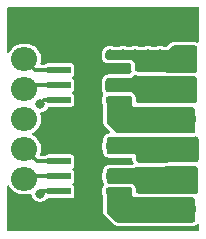
<source format=gbr>
%TF.GenerationSoftware,KiCad,Pcbnew,8.0.4*%
%TF.CreationDate,2024-09-08T17:57:52-03:00*%
%TF.ProjectId,PCBWay-Module_TB67H450FNG,50434257-6179-42d4-9d6f-64756c655f54,rev?*%
%TF.SameCoordinates,Original*%
%TF.FileFunction,Copper,L1,Top*%
%TF.FilePolarity,Positive*%
%FSLAX46Y46*%
G04 Gerber Fmt 4.6, Leading zero omitted, Abs format (unit mm)*
G04 Created by KiCad (PCBNEW 8.0.4) date 2024-09-08 17:57:52*
%MOMM*%
%LPD*%
G01*
G04 APERTURE LIST*
G04 Aperture macros list*
%AMRoundRect*
0 Rectangle with rounded corners*
0 $1 Rounding radius*
0 $2 $3 $4 $5 $6 $7 $8 $9 X,Y pos of 4 corners*
0 Add a 4 corners polygon primitive as box body*
4,1,4,$2,$3,$4,$5,$6,$7,$8,$9,$2,$3,0*
0 Add four circle primitives for the rounded corners*
1,1,$1+$1,$2,$3*
1,1,$1+$1,$4,$5*
1,1,$1+$1,$6,$7*
1,1,$1+$1,$8,$9*
0 Add four rect primitives between the rounded corners*
20,1,$1+$1,$2,$3,$4,$5,0*
20,1,$1+$1,$4,$5,$6,$7,0*
20,1,$1+$1,$6,$7,$8,$9,0*
20,1,$1+$1,$8,$9,$2,$3,0*%
G04 Aperture macros list end*
%TA.AperFunction,SMDPad,CuDef*%
%ADD10RoundRect,0.040600X-0.944400X-0.249400X0.944400X-0.249400X0.944400X0.249400X-0.944400X0.249400X0*%
%TD*%
%TA.AperFunction,SMDPad,CuDef*%
%ADD11R,2.285000X2.285000*%
%TD*%
%TA.AperFunction,ComponentPad*%
%ADD12R,2.200000X2.000000*%
%TD*%
%TA.AperFunction,ComponentPad*%
%ADD13O,2.200000X2.000000*%
%TD*%
%TA.AperFunction,ViaPad*%
%ADD14C,0.800000*%
%TD*%
%TA.AperFunction,Conductor*%
%ADD15C,0.304800*%
%TD*%
G04 APERTURE END LIST*
D10*
%TO.P,IC2,1,GND*%
%TO.N,GND*%
X108600000Y-106310000D03*
%TO.P,IC2,2,IN2*%
%TO.N,/IN_B2*%
X108600000Y-107580000D03*
%TO.P,IC2,3,IN1*%
%TO.N,/IN_B1*%
X108600000Y-108850000D03*
%TO.P,IC2,4,VREF*%
%TO.N,/VREF*%
X108600000Y-110120000D03*
%TO.P,IC2,5,VM*%
%TO.N,/VM*%
X113540000Y-110120000D03*
%TO.P,IC2,6,OUT1*%
%TO.N,/OUT_B1*%
X113540000Y-108850000D03*
%TO.P,IC2,7,RS*%
%TO.N,GND*%
X113540000Y-107580000D03*
%TO.P,IC2,8,OUT2*%
%TO.N,/OUT_B2*%
X113540000Y-106310000D03*
D11*
%TO.P,IC2,9,EP*%
%TO.N,GND*%
X111070000Y-108215000D03*
%TD*%
D10*
%TO.P,IC1,1,GND*%
%TO.N,GND*%
X108600000Y-114050000D03*
%TO.P,IC1,2,IN2*%
%TO.N,/IN_A2*%
X108600000Y-115320000D03*
%TO.P,IC1,3,IN1*%
%TO.N,/IN_A1*%
X108600000Y-116590000D03*
%TO.P,IC1,4,VREF*%
%TO.N,/VREF*%
X108600000Y-117860000D03*
%TO.P,IC1,5,VM*%
%TO.N,/VM*%
X113540000Y-117860000D03*
%TO.P,IC1,6,OUT1*%
%TO.N,/OUT_A1*%
X113540000Y-116590000D03*
%TO.P,IC1,7,RS*%
%TO.N,GND*%
X113540000Y-115320000D03*
%TO.P,IC1,8,OUT2*%
%TO.N,/OUT_A2*%
X113540000Y-114050000D03*
D11*
%TO.P,IC1,9,EP*%
%TO.N,GND*%
X111070000Y-115955000D03*
%TD*%
D12*
%TO.P,J2,1,Pin_1*%
%TO.N,GND*%
X119040000Y-104110000D03*
D13*
%TO.P,J2,2,Pin_2*%
%TO.N,/OUT_B2*%
X119040000Y-106650000D03*
%TO.P,J2,3,Pin_3*%
%TO.N,/OUT_B1*%
X119040000Y-109190000D03*
%TO.P,J2,4,Pin_4*%
%TO.N,/VM*%
X119040000Y-111730000D03*
%TO.P,J2,5,Pin_5*%
%TO.N,/OUT_A2*%
X119040000Y-114270000D03*
%TO.P,J2,6,Pin_6*%
%TO.N,/OUT_A1*%
X119040000Y-116810000D03*
%TO.P,J2,7,Pin_7*%
%TO.N,/VM*%
X119040000Y-119350000D03*
%TD*%
D12*
%TO.P,J1,1,Pin_1*%
%TO.N,GND*%
X105650000Y-104110000D03*
D13*
%TO.P,J1,2,Pin_2*%
%TO.N,/IN_B2*%
X105650000Y-106650000D03*
%TO.P,J1,3,Pin_3*%
%TO.N,/IN_B1*%
X105650000Y-109190000D03*
%TO.P,J1,4,Pin_4*%
%TO.N,/VREF*%
X105650000Y-111730000D03*
%TO.P,J1,5,Pin_5*%
%TO.N,/IN_A2*%
X105650000Y-114270000D03*
%TO.P,J1,6,Pin_6*%
%TO.N,/IN_A1*%
X105650000Y-116810000D03*
%TO.P,J1,7,Pin_7*%
%TO.N,GND*%
X105650000Y-119350000D03*
%TD*%
D14*
%TO.N,/OUT_A2*%
X117275000Y-114000000D03*
X115162500Y-114000000D03*
X116218750Y-114000000D03*
X113050000Y-114000000D03*
X114106250Y-114000000D03*
X117093750Y-114950000D03*
X116037500Y-114950000D03*
%TO.N,/OUT_A1*%
X116037500Y-117525000D03*
X116218750Y-116575000D03*
X114106250Y-116575000D03*
X117275000Y-116575000D03*
X117093750Y-117525000D03*
X115162500Y-116575000D03*
X113050000Y-116575000D03*
%TO.N,/OUT_B1*%
X112918531Y-108819049D03*
X117143531Y-108819049D03*
X116087281Y-108819049D03*
X113974781Y-108819049D03*
X115906031Y-109769049D03*
X116962281Y-109769049D03*
X115031031Y-108819049D03*
%TO.N,/OUT_B2*%
X113974781Y-106244049D03*
X116087281Y-106244049D03*
X116962281Y-107194049D03*
X112918531Y-106244049D03*
X115031031Y-106244049D03*
X115906031Y-107194049D03*
X117143531Y-106244049D03*
%TO.N,GND*%
X111450000Y-104900000D03*
X111800000Y-116650000D03*
X111550000Y-118000000D03*
X110350000Y-116650000D03*
X110900000Y-119100000D03*
X110750000Y-112050000D03*
X115050000Y-103100000D03*
X111050000Y-108250000D03*
X110000000Y-111300000D03*
X111600000Y-111300000D03*
X111500000Y-106300000D03*
X111800000Y-108900000D03*
X114100000Y-104000000D03*
X107650000Y-120600000D03*
X110350000Y-108900000D03*
X110450000Y-118000000D03*
X113250000Y-104900000D03*
X110900000Y-120600000D03*
X110500000Y-104000000D03*
X115050000Y-104900000D03*
X110350000Y-115250000D03*
X108400000Y-119850000D03*
X116850000Y-104900000D03*
X111450000Y-103100000D03*
X115900000Y-104000000D03*
X108200000Y-112800000D03*
X109650000Y-103100000D03*
X113250000Y-103100000D03*
X110350000Y-107500000D03*
X111050000Y-116000000D03*
X110200000Y-114100000D03*
X108700000Y-104000000D03*
X109650000Y-104900000D03*
X107850000Y-103100000D03*
X111800000Y-107500000D03*
X108200000Y-111300000D03*
X111650000Y-114100000D03*
X111600000Y-112800000D03*
X109300000Y-119100000D03*
X111650000Y-110200000D03*
X111800000Y-115250000D03*
X111600000Y-119800000D03*
X112300000Y-104000000D03*
X110400000Y-106300000D03*
X109300000Y-120600000D03*
X110550000Y-110200000D03*
X110000000Y-112800000D03*
X110050000Y-119850000D03*
X107650000Y-119100000D03*
X116850000Y-103100000D03*
X109100000Y-112050000D03*
X107850000Y-104900000D03*
%TO.N,/VM*%
X114825000Y-112175000D03*
X116775000Y-118950000D03*
X117250000Y-112250000D03*
X115500000Y-111325000D03*
X113025000Y-118875000D03*
X114300000Y-111300000D03*
X117250000Y-119850000D03*
X114300000Y-118900000D03*
X114300000Y-117925000D03*
X115975000Y-119825000D03*
X113025000Y-111275000D03*
X113025000Y-110300000D03*
X114825000Y-119775000D03*
X113550000Y-119750000D03*
X115500000Y-118925000D03*
X116775000Y-111350000D03*
X115975000Y-112225000D03*
X113025000Y-117900000D03*
X113550000Y-112150000D03*
X114300000Y-110325000D03*
%TO.N,/VREF*%
X106950000Y-118050000D03*
X107000000Y-110450000D03*
%TD*%
D15*
%TO.N,/VREF*%
X107140000Y-117860000D02*
X106950000Y-118050000D01*
X108600000Y-117860000D02*
X107140000Y-117860000D01*
X107330000Y-110120000D02*
X108600000Y-110120000D01*
X107000000Y-110450000D02*
X107330000Y-110120000D01*
%TO.N,/IN_A2*%
X106700000Y-115320000D02*
X105650000Y-114270000D01*
X108600000Y-115320000D02*
X106700000Y-115320000D01*
%TO.N,/IN_A1*%
X105870000Y-116590000D02*
X105650000Y-116810000D01*
X108600000Y-116590000D02*
X105870000Y-116590000D01*
%TO.N,/IN_B2*%
X106580000Y-107580000D02*
X105650000Y-106650000D01*
X108600000Y-107580000D02*
X106580000Y-107580000D01*
%TO.N,/IN_B1*%
X105990000Y-108850000D02*
X105650000Y-109190000D01*
X108600000Y-108850000D02*
X105990000Y-108850000D01*
%TD*%
%TA.AperFunction,Conductor*%
%TO.N,/OUT_B2*%
G36*
X120146288Y-105518954D02*
G01*
X120227070Y-105572930D01*
X120281046Y-105653712D01*
X120300000Y-105749000D01*
X120300000Y-107546110D01*
X120281046Y-107641398D01*
X120227070Y-107722180D01*
X120162350Y-107768824D01*
X120153776Y-107773111D01*
X120060073Y-107798767D01*
X120039867Y-107799380D01*
X115335174Y-107750888D01*
X115240086Y-107730953D01*
X115181810Y-107696032D01*
X115093070Y-107624754D01*
X115030649Y-107550305D01*
X115001469Y-107457635D01*
X115000000Y-107430623D01*
X115000000Y-107000001D01*
X115000000Y-107000000D01*
X114700000Y-106700000D01*
X114699999Y-106700000D01*
X112749000Y-106700000D01*
X112653712Y-106681046D01*
X112572930Y-106627070D01*
X112518954Y-106546288D01*
X112500000Y-106451000D01*
X112500000Y-106149724D01*
X112518954Y-106054436D01*
X112572930Y-105973654D01*
X112653712Y-105919678D01*
X112749000Y-105900724D01*
X112749489Y-105900724D01*
X117784650Y-105915350D01*
X117955860Y-105744139D01*
X118127071Y-105572930D01*
X118207852Y-105518954D01*
X118303140Y-105500000D01*
X120051000Y-105500000D01*
X120146288Y-105518954D01*
G37*
%TD.AperFunction*%
%TD*%
%TA.AperFunction,Conductor*%
%TO.N,/VM*%
G36*
X114646288Y-109818954D02*
G01*
X114727070Y-109872930D01*
X114781046Y-109953712D01*
X114800000Y-110049000D01*
X114800000Y-110600000D01*
X114900000Y-110700000D01*
X119851000Y-110700000D01*
X119946288Y-110718954D01*
X120027070Y-110772930D01*
X120081046Y-110853712D01*
X120100000Y-110949000D01*
X120100000Y-112701000D01*
X120081046Y-112796288D01*
X120027070Y-112877070D01*
X119946288Y-112931046D01*
X119851000Y-112950000D01*
X113653140Y-112950000D01*
X113557852Y-112931046D01*
X113477070Y-112877070D01*
X112672930Y-112072930D01*
X112618954Y-111992148D01*
X112600000Y-111896860D01*
X112600000Y-110049000D01*
X112618954Y-109953712D01*
X112672930Y-109872930D01*
X112753712Y-109818954D01*
X112849000Y-109800000D01*
X114551000Y-109800000D01*
X114646288Y-109818954D01*
G37*
%TD.AperFunction*%
%TD*%
%TA.AperFunction,Conductor*%
%TO.N,GND*%
G36*
X120393039Y-102269685D02*
G01*
X120438794Y-102322489D01*
X120450000Y-102374000D01*
X120450000Y-105133872D01*
X120430315Y-105200911D01*
X120377511Y-105246666D01*
X120308353Y-105256610D01*
X120279873Y-105248973D01*
X120205889Y-105219324D01*
X120205883Y-105219322D01*
X120110598Y-105200369D01*
X120062738Y-105195656D01*
X120051000Y-105194500D01*
X118303140Y-105194500D01*
X118291402Y-105195656D01*
X118243542Y-105200369D01*
X118243540Y-105200369D01*
X118148268Y-105219320D01*
X118141346Y-105220780D01*
X118057597Y-105256610D01*
X118038129Y-105264939D01*
X118038124Y-105264941D01*
X118038122Y-105264942D01*
X117957341Y-105318918D01*
X117911056Y-105356903D01*
X117911051Y-105356908D01*
X117739840Y-105528117D01*
X117739837Y-105528119D01*
X117739832Y-105528123D01*
X117694941Y-105573014D01*
X117633618Y-105606499D01*
X117606901Y-105609331D01*
X117470978Y-105608936D01*
X117413713Y-105594733D01*
X117393756Y-105584259D01*
X117393753Y-105584258D01*
X117228587Y-105543549D01*
X117058475Y-105543549D01*
X116893306Y-105584259D01*
X116876948Y-105592843D01*
X116818970Y-105607041D01*
X116408851Y-105605851D01*
X116351584Y-105591648D01*
X116337505Y-105584258D01*
X116172337Y-105543549D01*
X116002225Y-105543549D01*
X115837053Y-105584259D01*
X115826513Y-105589791D01*
X115768534Y-105603990D01*
X115346723Y-105602766D01*
X115289457Y-105588563D01*
X115281256Y-105584259D01*
X115281253Y-105584258D01*
X115116087Y-105543549D01*
X114945975Y-105543549D01*
X114780803Y-105584259D01*
X114776073Y-105586742D01*
X114718097Y-105600939D01*
X114284595Y-105599681D01*
X114232114Y-105586664D01*
X114232018Y-105586918D01*
X114229905Y-105586116D01*
X114227327Y-105585477D01*
X114225006Y-105584259D01*
X114225005Y-105584258D01*
X114225004Y-105584258D01*
X114059837Y-105543549D01*
X113889725Y-105543549D01*
X113724555Y-105584259D01*
X113717545Y-105586918D01*
X113717113Y-105585780D01*
X113667661Y-105597888D01*
X113222467Y-105596596D01*
X113176428Y-105585176D01*
X113175768Y-105586918D01*
X113168758Y-105584259D01*
X113003587Y-105543549D01*
X112833475Y-105543549D01*
X112668304Y-105584259D01*
X112619362Y-105609945D01*
X112592949Y-105619457D01*
X112593016Y-105619669D01*
X112587674Y-105621356D01*
X112587349Y-105621474D01*
X112587212Y-105621502D01*
X112587211Y-105621503D01*
X112483987Y-105665662D01*
X112403152Y-105719674D01*
X112397382Y-105723626D01*
X112397378Y-105723629D01*
X112318913Y-105803930D01*
X112264921Y-105884737D01*
X112261090Y-105890618D01*
X112261087Y-105890624D01*
X112219324Y-105994834D01*
X112219322Y-105994840D01*
X112200369Y-106090124D01*
X112200369Y-106090126D01*
X112194500Y-106149726D01*
X112194500Y-106450997D01*
X112200369Y-106510597D01*
X112200369Y-106510599D01*
X112219322Y-106605880D01*
X112220779Y-106612788D01*
X112264939Y-106716012D01*
X112264938Y-106716012D01*
X112318950Y-106796847D01*
X112322902Y-106802617D01*
X112322905Y-106802621D01*
X112403205Y-106881085D01*
X112483987Y-106935061D01*
X112489898Y-106938912D01*
X112594112Y-106980676D01*
X112594114Y-106980676D01*
X112594116Y-106980677D01*
X112638473Y-106989500D01*
X112689400Y-106999630D01*
X112749000Y-107005500D01*
X114522096Y-107005500D01*
X114589135Y-107025185D01*
X114609777Y-107041819D01*
X114658181Y-107090223D01*
X114691666Y-107151546D01*
X114694500Y-107177904D01*
X114694500Y-107430626D01*
X114694951Y-107447212D01*
X114696419Y-107474213D01*
X114696420Y-107474224D01*
X114710074Y-107549393D01*
X114739256Y-107642069D01*
X114742604Y-107652286D01*
X114744770Y-107722122D01*
X114708835Y-107782043D01*
X114693657Y-107793995D01*
X114659321Y-107816936D01*
X114613020Y-107854934D01*
X114559776Y-107908180D01*
X114498453Y-107941666D01*
X114472094Y-107944500D01*
X112761999Y-107944500D01*
X112750437Y-107945638D01*
X112702411Y-107950368D01*
X112702408Y-107950368D01*
X112607031Y-107969339D01*
X112600208Y-107970778D01*
X112600207Y-107970779D01*
X112496981Y-108014940D01*
X112496974Y-108014944D01*
X112416237Y-108068892D01*
X112410379Y-108072905D01*
X112331919Y-108153200D01*
X112331912Y-108153208D01*
X112277947Y-108233973D01*
X112274084Y-108239902D01*
X112232323Y-108344110D01*
X112232321Y-108344116D01*
X112213368Y-108439400D01*
X112213368Y-108439402D01*
X112207499Y-108499001D01*
X112207499Y-109200997D01*
X112213369Y-109260597D01*
X112213369Y-109260599D01*
X112229008Y-109339219D01*
X112232324Y-109355888D01*
X112233780Y-109362791D01*
X112245760Y-109390794D01*
X112277938Y-109466012D01*
X112317791Y-109525656D01*
X112338668Y-109592333D01*
X112320183Y-109659713D01*
X112316268Y-109665663D01*
X112311877Y-109671933D01*
X112261039Y-109780956D01*
X112254501Y-109830620D01*
X112254500Y-109830637D01*
X112254500Y-110409370D01*
X112261039Y-110459041D01*
X112261041Y-110459048D01*
X112282882Y-110505885D01*
X112294500Y-110558290D01*
X112294500Y-111896857D01*
X112300369Y-111956457D01*
X112300369Y-111956459D01*
X112319322Y-112051740D01*
X112320779Y-112058648D01*
X112364939Y-112161872D01*
X112364939Y-112161874D01*
X112401169Y-112216096D01*
X112417609Y-112240701D01*
X112418918Y-112242659D01*
X112456913Y-112288956D01*
X112904562Y-112736605D01*
X112938047Y-112797928D01*
X112933063Y-112867620D01*
X112891191Y-112923553D01*
X112828906Y-112947701D01*
X112789400Y-112951550D01*
X112789390Y-112951551D01*
X112789385Y-112951552D01*
X112694102Y-112970505D01*
X112687211Y-112971959D01*
X112583987Y-113016118D01*
X112503152Y-113070130D01*
X112497382Y-113074082D01*
X112497378Y-113074085D01*
X112418913Y-113154386D01*
X112364921Y-113235193D01*
X112361090Y-113241074D01*
X112361087Y-113241080D01*
X112319324Y-113345290D01*
X112319322Y-113345296D01*
X112300369Y-113440580D01*
X112300369Y-113440582D01*
X112294500Y-113500182D01*
X112294500Y-113611709D01*
X112282882Y-113664114D01*
X112261041Y-113710951D01*
X112261039Y-113710959D01*
X112254501Y-113760620D01*
X112254500Y-113760637D01*
X112254500Y-114339370D01*
X112261039Y-114389041D01*
X112261041Y-114389048D01*
X112286777Y-114444238D01*
X112297798Y-114484486D01*
X112300371Y-114510609D01*
X112319322Y-114605880D01*
X112320779Y-114612788D01*
X112364939Y-114716012D01*
X112364938Y-114716012D01*
X112373951Y-114729501D01*
X112408161Y-114780701D01*
X112418950Y-114796847D01*
X112422902Y-114802617D01*
X112422905Y-114802621D01*
X112488893Y-114867100D01*
X112503205Y-114881085D01*
X112583987Y-114935061D01*
X112589898Y-114938912D01*
X112694112Y-114980676D01*
X112694114Y-114980676D01*
X112694116Y-114980677D01*
X112742400Y-114990281D01*
X112789400Y-114999630D01*
X112849000Y-115005500D01*
X114670500Y-115005500D01*
X114737539Y-115025185D01*
X114783294Y-115077989D01*
X114794131Y-115127805D01*
X114794413Y-115127795D01*
X114794471Y-115129370D01*
X114794500Y-115129500D01*
X114794500Y-115130115D01*
X114797899Y-115175547D01*
X114797903Y-115175584D01*
X114808929Y-115248851D01*
X114808931Y-115248860D01*
X114842207Y-115348533D01*
X114872852Y-115405292D01*
X114887380Y-115473634D01*
X114862653Y-115538982D01*
X114832638Y-115567299D01*
X114827102Y-115570998D01*
X114823212Y-115573597D01*
X114756538Y-115594480D01*
X114754315Y-115594500D01*
X114620446Y-115594500D01*
X114600464Y-115595154D01*
X114567966Y-115597284D01*
X114554714Y-115598589D01*
X114548088Y-115599242D01*
X114541788Y-115600071D01*
X114519826Y-115602961D01*
X114517352Y-115603286D01*
X114517349Y-115603287D01*
X114512401Y-115603938D01*
X114496218Y-115604999D01*
X112848995Y-115604999D01*
X112815882Y-115608260D01*
X112789388Y-115610870D01*
X112789382Y-115610871D01*
X112694126Y-115629820D01*
X112689539Y-115630787D01*
X112687209Y-115631279D01*
X112687207Y-115631280D01*
X112583987Y-115675437D01*
X112503152Y-115729449D01*
X112497382Y-115733401D01*
X112497378Y-115733404D01*
X112418913Y-115813705D01*
X112364921Y-115894512D01*
X112361090Y-115900393D01*
X112361087Y-115900399D01*
X112319324Y-116004609D01*
X112319322Y-116004615D01*
X112300369Y-116099899D01*
X112300369Y-116099901D01*
X112294202Y-116162527D01*
X112293346Y-116162442D01*
X112283143Y-116203553D01*
X112261041Y-116250951D01*
X112261039Y-116250959D01*
X112254501Y-116300620D01*
X112254500Y-116300637D01*
X112254500Y-116879370D01*
X112261039Y-116929041D01*
X112261042Y-116929051D01*
X112296926Y-117006005D01*
X112306161Y-117034217D01*
X112319325Y-117100396D01*
X112320779Y-117107288D01*
X112320780Y-117107291D01*
X112352099Y-117180500D01*
X112364939Y-117210512D01*
X112364938Y-117210512D01*
X112367827Y-117214835D01*
X112388704Y-117281512D01*
X112370219Y-117348892D01*
X112352406Y-117371405D01*
X112311877Y-117411934D01*
X112261039Y-117520956D01*
X112254501Y-117570620D01*
X112254500Y-117570637D01*
X112254500Y-118149370D01*
X112261039Y-118199041D01*
X112261041Y-118199048D01*
X112282882Y-118245885D01*
X112294500Y-118298290D01*
X112294500Y-119496857D01*
X112300369Y-119556457D01*
X112300369Y-119556459D01*
X112319322Y-119651740D01*
X112319911Y-119654534D01*
X112320780Y-119658651D01*
X112322938Y-119663696D01*
X112364939Y-119761872D01*
X112364939Y-119761874D01*
X112418918Y-119842659D01*
X112456913Y-119888956D01*
X113211043Y-120643086D01*
X113211048Y-120643090D01*
X113211049Y-120643091D01*
X113230650Y-120659177D01*
X113252485Y-120677097D01*
X113257345Y-120681085D01*
X113338127Y-120735061D01*
X113344038Y-120738912D01*
X113448252Y-120780676D01*
X113448254Y-120780676D01*
X113448256Y-120780677D01*
X113496540Y-120790281D01*
X113543540Y-120799630D01*
X113603140Y-120805500D01*
X113603142Y-120805500D01*
X119850998Y-120805500D01*
X119851000Y-120805500D01*
X119910600Y-120799630D01*
X120005888Y-120780676D01*
X120012791Y-120779220D01*
X120116013Y-120735061D01*
X120196795Y-120681085D01*
X120202620Y-120677095D01*
X120237311Y-120641592D01*
X120298242Y-120607401D01*
X120367986Y-120611579D01*
X120424401Y-120652800D01*
X120449573Y-120717977D01*
X120450000Y-120728254D01*
X120450000Y-121126000D01*
X120430315Y-121193039D01*
X120377511Y-121238794D01*
X120326000Y-121250000D01*
X104274000Y-121250000D01*
X104206961Y-121230315D01*
X104161206Y-121177511D01*
X104150000Y-121126000D01*
X104150000Y-117443439D01*
X104169685Y-117376400D01*
X104222489Y-117330645D01*
X104291647Y-117320701D01*
X104355203Y-117349726D01*
X104384484Y-117387143D01*
X104413169Y-117443439D01*
X104437715Y-117491614D01*
X104558028Y-117657213D01*
X104702786Y-117801971D01*
X104857749Y-117914556D01*
X104868390Y-117922287D01*
X104984607Y-117981503D01*
X105050776Y-118015218D01*
X105050778Y-118015218D01*
X105050781Y-118015220D01*
X105155137Y-118049127D01*
X105245465Y-118078477D01*
X105346557Y-118094488D01*
X105447648Y-118110500D01*
X105447649Y-118110500D01*
X105852351Y-118110500D01*
X105852352Y-118110500D01*
X106054534Y-118078477D01*
X106097221Y-118064606D01*
X106167059Y-118062612D01*
X106226892Y-118098692D01*
X106257721Y-118161392D01*
X106258633Y-118167591D01*
X106264859Y-118218868D01*
X106264860Y-118218874D01*
X106325182Y-118377931D01*
X106370864Y-118444112D01*
X106421817Y-118517929D01*
X106513328Y-118599000D01*
X106549150Y-118630736D01*
X106699773Y-118709789D01*
X106699775Y-118709790D01*
X106864944Y-118750500D01*
X107035056Y-118750500D01*
X107200225Y-118709790D01*
X107279692Y-118668081D01*
X107350849Y-118630736D01*
X107350850Y-118630734D01*
X107350852Y-118630734D01*
X107478183Y-118517929D01*
X107489230Y-118501923D01*
X107543512Y-118457934D01*
X107607466Y-118449425D01*
X107615631Y-118450500D01*
X109584368Y-118450499D01*
X109584370Y-118450499D01*
X109600927Y-118448319D01*
X109634045Y-118443960D01*
X109743065Y-118393123D01*
X109828123Y-118308065D01*
X109878960Y-118199045D01*
X109885500Y-118149369D01*
X109885499Y-117570632D01*
X109885497Y-117570620D01*
X109878960Y-117520958D01*
X109878960Y-117520955D01*
X109828123Y-117411935D01*
X109743065Y-117326877D01*
X109743062Y-117326875D01*
X109742634Y-117326576D01*
X109742116Y-117325928D01*
X109735394Y-117319206D01*
X109736143Y-117318456D01*
X109699008Y-117272000D01*
X109691814Y-117202502D01*
X109723336Y-117140146D01*
X109742634Y-117123424D01*
X109743058Y-117123126D01*
X109743065Y-117123123D01*
X109828123Y-117038065D01*
X109878960Y-116929045D01*
X109885500Y-116879369D01*
X109885499Y-116300632D01*
X109885497Y-116300620D01*
X109882229Y-116275793D01*
X109878960Y-116250955D01*
X109828123Y-116141935D01*
X109743065Y-116056877D01*
X109743062Y-116056875D01*
X109742634Y-116056576D01*
X109742116Y-116055928D01*
X109735394Y-116049206D01*
X109736143Y-116048456D01*
X109699008Y-116002000D01*
X109691814Y-115932502D01*
X109723336Y-115870146D01*
X109742634Y-115853424D01*
X109743058Y-115853126D01*
X109743065Y-115853123D01*
X109828123Y-115768065D01*
X109878960Y-115659045D01*
X109885500Y-115609369D01*
X109885499Y-115030632D01*
X109878960Y-114980955D01*
X109828123Y-114871935D01*
X109743065Y-114786877D01*
X109634045Y-114736040D01*
X109634043Y-114736039D01*
X109584379Y-114729501D01*
X109584374Y-114729500D01*
X109584369Y-114729500D01*
X109584362Y-114729500D01*
X107615629Y-114729500D01*
X107565958Y-114736039D01*
X107565951Y-114736041D01*
X107456934Y-114786877D01*
X107413031Y-114830781D01*
X107351708Y-114864266D01*
X107325350Y-114867100D01*
X107094088Y-114867100D01*
X107027049Y-114847415D01*
X106981294Y-114794611D01*
X106971350Y-114725453D01*
X106976157Y-114704781D01*
X107006047Y-114612791D01*
X107018477Y-114574534D01*
X107050500Y-114372352D01*
X107050500Y-114167648D01*
X107018477Y-113965466D01*
X106955220Y-113770781D01*
X106955218Y-113770778D01*
X106955218Y-113770776D01*
X106915515Y-113692855D01*
X106862287Y-113588390D01*
X106798201Y-113500182D01*
X106741971Y-113422786D01*
X106597213Y-113278028D01*
X106431614Y-113157715D01*
X106425006Y-113154348D01*
X106338917Y-113110483D01*
X106288123Y-113062511D01*
X106271328Y-112994690D01*
X106293865Y-112928555D01*
X106338917Y-112889516D01*
X106431610Y-112842287D01*
X106452770Y-112826913D01*
X106597213Y-112721971D01*
X106597215Y-112721968D01*
X106597219Y-112721966D01*
X106741966Y-112577219D01*
X106741968Y-112577215D01*
X106741971Y-112577213D01*
X106794732Y-112504590D01*
X106862287Y-112411610D01*
X106955220Y-112229219D01*
X107018477Y-112034534D01*
X107050500Y-111832352D01*
X107050500Y-111627648D01*
X107018477Y-111425466D01*
X106981599Y-111311970D01*
X106979605Y-111242131D01*
X107015685Y-111182298D01*
X107078385Y-111151469D01*
X107084589Y-111150557D01*
X107085052Y-111150500D01*
X107085056Y-111150500D01*
X107250225Y-111109790D01*
X107367212Y-111048390D01*
X107400849Y-111030736D01*
X107400850Y-111030734D01*
X107400852Y-111030734D01*
X107528183Y-110917929D01*
X107624818Y-110777930D01*
X107624819Y-110777926D01*
X107625371Y-110776876D01*
X107625980Y-110776246D01*
X107629079Y-110771757D01*
X107629825Y-110772272D01*
X107673955Y-110726662D01*
X107735169Y-110710499D01*
X109584370Y-110710499D01*
X109600927Y-110708319D01*
X109634045Y-110703960D01*
X109743065Y-110653123D01*
X109828123Y-110568065D01*
X109878960Y-110459045D01*
X109885500Y-110409369D01*
X109885499Y-109830632D01*
X109885497Y-109830620D01*
X109878960Y-109780958D01*
X109878960Y-109780955D01*
X109828123Y-109671935D01*
X109743065Y-109586877D01*
X109743062Y-109586875D01*
X109742634Y-109586576D01*
X109742116Y-109585928D01*
X109735394Y-109579206D01*
X109736143Y-109578456D01*
X109699008Y-109532000D01*
X109691814Y-109462502D01*
X109723336Y-109400146D01*
X109742634Y-109383424D01*
X109743058Y-109383126D01*
X109743065Y-109383123D01*
X109828123Y-109298065D01*
X109878960Y-109189045D01*
X109885500Y-109139369D01*
X109885499Y-108560632D01*
X109878960Y-108510955D01*
X109828123Y-108401935D01*
X109743065Y-108316877D01*
X109743062Y-108316875D01*
X109742634Y-108316576D01*
X109742116Y-108315928D01*
X109735394Y-108309206D01*
X109736143Y-108308456D01*
X109699008Y-108262000D01*
X109691814Y-108192502D01*
X109723336Y-108130146D01*
X109742634Y-108113424D01*
X109743058Y-108113126D01*
X109743065Y-108113123D01*
X109828123Y-108028065D01*
X109878960Y-107919045D01*
X109885500Y-107869369D01*
X109885499Y-107290632D01*
X109878960Y-107240955D01*
X109828123Y-107131935D01*
X109743065Y-107046877D01*
X109634045Y-106996040D01*
X109634043Y-106996039D01*
X109584379Y-106989501D01*
X109584374Y-106989500D01*
X109584369Y-106989500D01*
X109584362Y-106989500D01*
X107615629Y-106989500D01*
X107565958Y-106996039D01*
X107565951Y-106996041D01*
X107456934Y-107046877D01*
X107413031Y-107090781D01*
X107351708Y-107124266D01*
X107325350Y-107127100D01*
X107133079Y-107127100D01*
X107066040Y-107107415D01*
X107020285Y-107054611D01*
X107010341Y-106985453D01*
X107015148Y-106964783D01*
X107018475Y-106954542D01*
X107018475Y-106954538D01*
X107018477Y-106954534D01*
X107050500Y-106752352D01*
X107050500Y-106547648D01*
X107018477Y-106345466D01*
X106955220Y-106150781D01*
X106955218Y-106150778D01*
X106955218Y-106150776D01*
X106915515Y-106072855D01*
X106862287Y-105968390D01*
X106854556Y-105957749D01*
X106741971Y-105802786D01*
X106597213Y-105658028D01*
X106431613Y-105537715D01*
X106431612Y-105537714D01*
X106431610Y-105537713D01*
X106374653Y-105508691D01*
X106249223Y-105444781D01*
X106054534Y-105381522D01*
X105879995Y-105353878D01*
X105852352Y-105349500D01*
X105447648Y-105349500D01*
X105423329Y-105353351D01*
X105245465Y-105381522D01*
X105050776Y-105444781D01*
X104868386Y-105537715D01*
X104702786Y-105658028D01*
X104558028Y-105802786D01*
X104437715Y-105968386D01*
X104384485Y-106072855D01*
X104336510Y-106123651D01*
X104268689Y-106140446D01*
X104202554Y-106117908D01*
X104159103Y-106063193D01*
X104150000Y-106016560D01*
X104150000Y-102374000D01*
X104169685Y-102306961D01*
X104222489Y-102261206D01*
X104274000Y-102250000D01*
X120326000Y-102250000D01*
X120393039Y-102269685D01*
G37*
%TD.AperFunction*%
%TD*%
%TA.AperFunction,Conductor*%
%TO.N,/OUT_A1*%
G36*
X120174360Y-115725167D02*
G01*
X120255776Y-115778182D01*
X120310673Y-115858238D01*
X120329484Y-115902130D01*
X120329866Y-115903020D01*
X120349981Y-115998070D01*
X120350000Y-116001109D01*
X120350000Y-117839189D01*
X120331046Y-117934477D01*
X120277070Y-118015259D01*
X120196288Y-118069235D01*
X120101000Y-118088189D01*
X120017094Y-118072003D01*
X120016917Y-118072600D01*
X120010868Y-118070803D01*
X120008385Y-118070324D01*
X120005889Y-118069324D01*
X119910595Y-118050369D01*
X119851003Y-118044500D01*
X119851000Y-118044500D01*
X115354500Y-118044500D01*
X115259212Y-118025546D01*
X115178430Y-117971570D01*
X115124454Y-117890788D01*
X115105500Y-117795500D01*
X115105500Y-117749003D01*
X115105500Y-117749000D01*
X115099630Y-117689400D01*
X115080676Y-117594112D01*
X115079220Y-117587209D01*
X115070068Y-117565815D01*
X115050017Y-117470751D01*
X115050000Y-117467881D01*
X115050000Y-117450001D01*
X115050000Y-117450000D01*
X114850000Y-117250000D01*
X114849999Y-117250000D01*
X114830471Y-117250000D01*
X114737846Y-117232131D01*
X114705886Y-117219323D01*
X114610595Y-117200369D01*
X114551003Y-117194500D01*
X114551000Y-117194500D01*
X112849000Y-117194500D01*
X112753712Y-117175546D01*
X112672930Y-117121570D01*
X112618954Y-117040788D01*
X112600000Y-116945500D01*
X112600000Y-116159499D01*
X112618954Y-116064211D01*
X112672930Y-115983429D01*
X112753712Y-115929453D01*
X112848995Y-115910499D01*
X114524368Y-115910499D01*
X114557222Y-115906174D01*
X114587950Y-115902130D01*
X114620446Y-115900000D01*
X114899999Y-115900000D01*
X114900000Y-115900000D01*
X114931005Y-115868994D01*
X115011783Y-115815020D01*
X115097498Y-115796250D01*
X116215322Y-115753256D01*
X116221847Y-115753093D01*
X118882086Y-115721539D01*
X120078854Y-115707345D01*
X120174360Y-115725167D01*
G37*
%TD.AperFunction*%
%TD*%
%TA.AperFunction,Conductor*%
%TO.N,/VM*%
G36*
X114646288Y-117518954D02*
G01*
X114727070Y-117572930D01*
X114781046Y-117653712D01*
X114800000Y-117749000D01*
X114800000Y-118200000D01*
X114950000Y-118350000D01*
X119851000Y-118350000D01*
X119946288Y-118368954D01*
X120027070Y-118422930D01*
X120081046Y-118503712D01*
X120100000Y-118599000D01*
X120100000Y-120251000D01*
X120081046Y-120346288D01*
X120027070Y-120427070D01*
X119946288Y-120481046D01*
X119851000Y-120500000D01*
X113603140Y-120500000D01*
X113507852Y-120481046D01*
X113427070Y-120427070D01*
X112672930Y-119672930D01*
X112618954Y-119592148D01*
X112600000Y-119496860D01*
X112600000Y-117749000D01*
X112618954Y-117653712D01*
X112672930Y-117572930D01*
X112753712Y-117518954D01*
X112849000Y-117500000D01*
X114551000Y-117500000D01*
X114646288Y-117518954D01*
G37*
%TD.AperFunction*%
%TD*%
%TA.AperFunction,Conductor*%
%TO.N,/OUT_A2*%
G36*
X120246288Y-113218954D02*
G01*
X120327070Y-113272930D01*
X120381046Y-113353712D01*
X120400000Y-113449000D01*
X120400000Y-115151950D01*
X120381046Y-115247238D01*
X120327070Y-115328020D01*
X120246288Y-115381996D01*
X120153953Y-115400932D01*
X115416541Y-115457123D01*
X115321035Y-115439301D01*
X115239619Y-115386286D01*
X115221774Y-115366912D01*
X115157186Y-115288882D01*
X115111028Y-115203392D01*
X115100000Y-115130111D01*
X115100000Y-114800001D01*
X115100000Y-114800000D01*
X115000000Y-114700000D01*
X114999999Y-114700000D01*
X112849000Y-114700000D01*
X112753712Y-114681046D01*
X112672930Y-114627070D01*
X112618954Y-114546288D01*
X112600000Y-114451000D01*
X112600000Y-113500180D01*
X112618954Y-113404892D01*
X112672930Y-113324110D01*
X112753712Y-113270134D01*
X112849000Y-113251180D01*
X112849943Y-113251182D01*
X113635977Y-113254900D01*
X113647000Y-113255839D01*
X113647032Y-113255199D01*
X113653133Y-113255499D01*
X113653140Y-113255500D01*
X113653147Y-113255500D01*
X113762079Y-113255500D01*
X113763257Y-113255503D01*
X117884650Y-113275000D01*
X117884650Y-113274999D01*
X117884651Y-113275000D01*
X117942189Y-113266626D01*
X118000804Y-113258095D01*
X118036663Y-113255500D01*
X119850997Y-113255500D01*
X119851000Y-113255500D01*
X119910600Y-113249630D01*
X120005888Y-113230676D01*
X120012791Y-113229220D01*
X120034182Y-113220069D01*
X120129245Y-113200017D01*
X120132118Y-113200000D01*
X120151000Y-113200000D01*
X120246288Y-113218954D01*
G37*
%TD.AperFunction*%
%TD*%
%TA.AperFunction,Conductor*%
%TO.N,/OUT_B1*%
G36*
X115137601Y-108014366D02*
G01*
X115177401Y-108029953D01*
X115177404Y-108029953D01*
X115177405Y-108029954D01*
X115198085Y-108034289D01*
X115272489Y-108049888D01*
X115332025Y-108056372D01*
X120003567Y-108104522D01*
X120098654Y-108124457D01*
X120178875Y-108179263D01*
X120232016Y-108260597D01*
X120250000Y-108353509D01*
X120250000Y-110146860D01*
X120231046Y-110242148D01*
X120177070Y-110322930D01*
X120162379Y-110337621D01*
X120081597Y-110391597D01*
X119986309Y-110410551D01*
X119937734Y-110405767D01*
X119910597Y-110400369D01*
X119851003Y-110394500D01*
X119851000Y-110394500D01*
X115354500Y-110394500D01*
X115259212Y-110375546D01*
X115178430Y-110321570D01*
X115124454Y-110240788D01*
X115105500Y-110145500D01*
X115105500Y-110049003D01*
X115105500Y-110049000D01*
X115099630Y-109989400D01*
X115080676Y-109894112D01*
X115079220Y-109887209D01*
X115035061Y-109783987D01*
X114981085Y-109703205D01*
X114977095Y-109697380D01*
X114977092Y-109697377D01*
X114972876Y-109691222D01*
X114951172Y-109651173D01*
X114950000Y-109650001D01*
X114950000Y-109650000D01*
X114750000Y-109450000D01*
X114749999Y-109450000D01*
X112762000Y-109450000D01*
X112666712Y-109431046D01*
X112585930Y-109377070D01*
X112531954Y-109296288D01*
X112513000Y-109201000D01*
X112512999Y-108499000D01*
X112531953Y-108403712D01*
X112585929Y-108322931D01*
X112666710Y-108268954D01*
X112761999Y-108250000D01*
X114649999Y-108250000D01*
X114650000Y-108250000D01*
X114829048Y-108070951D01*
X114909827Y-108016978D01*
X115000322Y-107998070D01*
X115042021Y-107997268D01*
X115137601Y-108014366D01*
G37*
%TD.AperFunction*%
%TD*%
M02*

</source>
